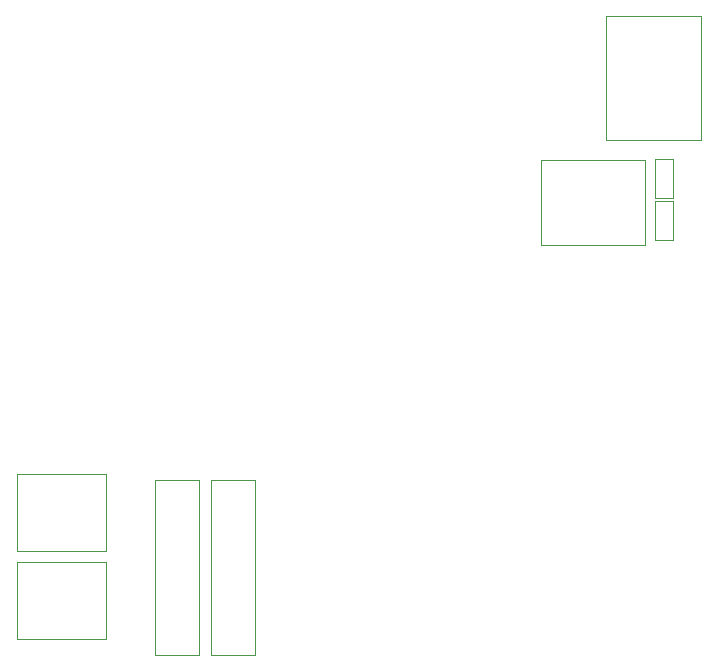
<source format=gbr>
%TF.GenerationSoftware,KiCad,Pcbnew,(5.1.8)-1*%
%TF.CreationDate,2021-03-14T17:59:32-04:00*%
%TF.ProjectId,Artemis Payload Computer,41727465-6d69-4732-9050-61796c6f6164,rev?*%
%TF.SameCoordinates,Original*%
%TF.FileFunction,Other,User*%
%FSLAX46Y46*%
G04 Gerber Fmt 4.6, Leading zero omitted, Abs format (unit mm)*
G04 Created by KiCad (PCBNEW (5.1.8)-1) date 2021-03-14 17:59:32*
%MOMM*%
%LPD*%
G01*
G04 APERTURE LIST*
%ADD10C,0.050000*%
G04 APERTURE END LIST*
D10*
%TO.C,R2*%
X137650000Y-85800000D02*
X141350000Y-85800000D01*
X141350000Y-85800000D02*
X141350000Y-71000000D01*
X141350000Y-71000000D02*
X137650000Y-71000000D01*
X137650000Y-71000000D02*
X137650000Y-85800000D01*
%TO.C,R1*%
X136600000Y-71000000D02*
X132900000Y-71000000D01*
X132900000Y-71000000D02*
X132900000Y-85800000D01*
X132900000Y-85800000D02*
X136600000Y-85800000D01*
X136600000Y-85800000D02*
X136600000Y-71000000D01*
%TO.C,U601*%
X165600000Y-51100000D02*
X174400000Y-51100000D01*
X165600000Y-43900000D02*
X165600000Y-51100000D01*
X174400000Y-43900000D02*
X165600000Y-43900000D01*
X174400000Y-51100000D02*
X174400000Y-43900000D01*
%TO.C,J601*%
X171100000Y-42210000D02*
X171100000Y-31710000D01*
X171100000Y-42210000D02*
X179100000Y-42210000D01*
X179100000Y-31710000D02*
X171100000Y-31710000D01*
X179100000Y-31710000D02*
X179100000Y-42210000D01*
%TO.C,J2*%
X121250000Y-84500000D02*
X128750000Y-84500000D01*
X128750000Y-84500000D02*
X128750000Y-77960000D01*
X128750000Y-77960000D02*
X121250000Y-77960000D01*
X121250000Y-77960000D02*
X121250000Y-84500000D01*
%TO.C,J1*%
X128750000Y-70500000D02*
X121250000Y-70500000D01*
X121250000Y-70500000D02*
X121250000Y-77040000D01*
X121250000Y-77040000D02*
X128750000Y-77040000D01*
X128750000Y-77040000D02*
X128750000Y-70500000D01*
%TO.C,C602*%
X175270000Y-43850000D02*
X176730000Y-43850000D01*
X176730000Y-43850000D02*
X176730000Y-47150000D01*
X176730000Y-47150000D02*
X175270000Y-47150000D01*
X175270000Y-47150000D02*
X175270000Y-43850000D01*
%TO.C,C601*%
X176730000Y-50650000D02*
X175270000Y-50650000D01*
X175270000Y-50650000D02*
X175270000Y-47350000D01*
X175270000Y-47350000D02*
X176730000Y-47350000D01*
X176730000Y-47350000D02*
X176730000Y-50650000D01*
%TD*%
M02*

</source>
